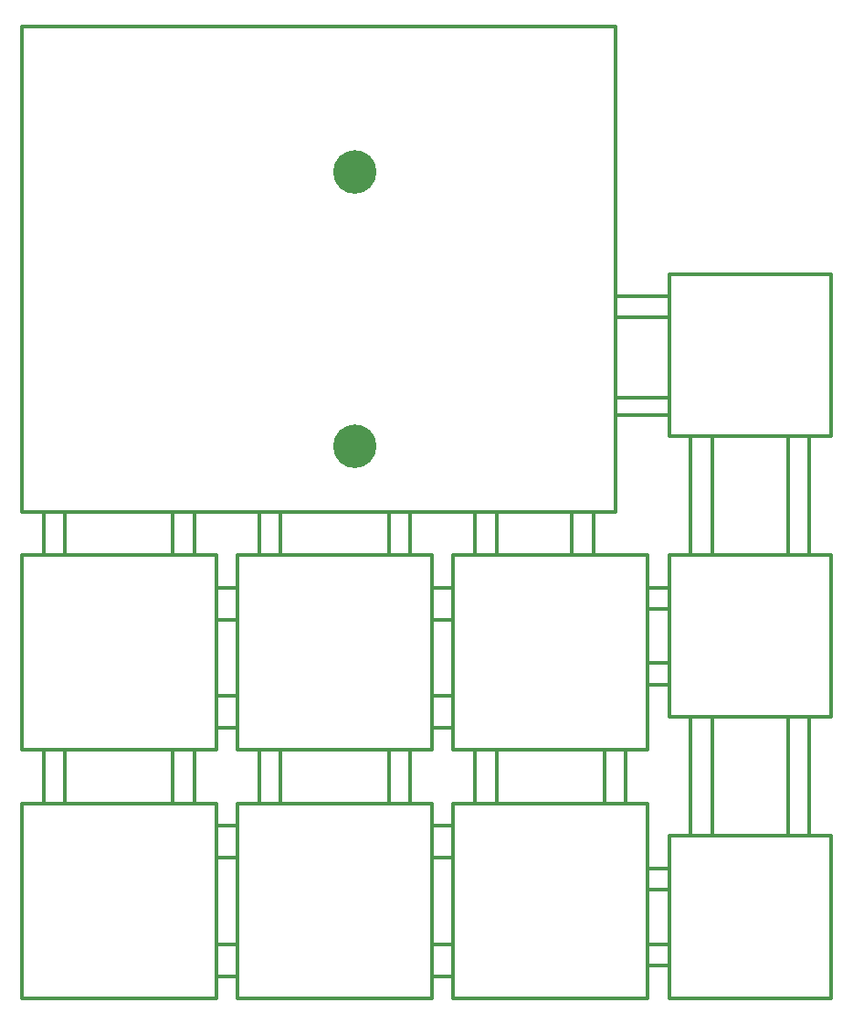
<source format=gbr>
%TF.GenerationSoftware,Altium Limited,Altium Designer,24.3.1 (35)*%
G04 Layer_Color=16711935*
%FSLAX45Y45*%
%MOMM*%
%TF.SameCoordinates,065391E9-2A1D-4ECE-AA0D-878B158C5FC5*%
%TF.FilePolarity,Positive*%
%TF.FileFunction,Keep-out,Top*%
%TF.Part,CustomerPanel*%
G01*
G75*
%TA.AperFunction,NonConductor*%
%ADD52C,0.30000*%
%ADD53C,2.03200*%
D52*
X6000000Y4100000D02*
X6200000D01*
X5300000D02*
X5800000D01*
X6200000Y4100000D02*
Y5200000D01*
X2000000Y500000D02*
Y1300000D01*
X1800000Y500000D02*
X2000000D01*
X1800000D02*
Y1300000D01*
X2000000D01*
X4000000Y500000D02*
Y1300000D01*
X3800000Y500000D02*
X4000000D01*
X3800000D02*
Y1300000D01*
X4000000D01*
X6000000Y500000D02*
Y1000000D01*
X5800000Y500000D02*
X6000000D01*
X5800000D02*
Y1000000D01*
X6000000D01*
X6200000Y1500000D02*
Y2600000D01*
X6000000Y1500000D02*
X6200000D01*
X6000000Y1200000D02*
Y1500000D01*
X5800000Y1200000D02*
X6000000D01*
X5800000D02*
Y1500000D01*
Y1800000D01*
X5600000D02*
X5800000D01*
X5600000D02*
Y2300000D01*
X5800000D01*
Y2600000D01*
X7100000Y1500000D02*
Y2600000D01*
X6400000Y1500000D02*
X7100000D01*
X6400000D02*
Y2600000D01*
X7100000D01*
X2000000Y2300000D02*
Y2500000D01*
Y2300000D02*
X2200000D01*
Y1800000D02*
Y2300000D01*
X2000000Y1800000D02*
X2200000D01*
X2000000Y1600000D02*
Y1800000D01*
X1800000Y1600000D02*
X2000000D01*
X1800000D02*
Y1800000D01*
X1600000D02*
X1800000D01*
X1600000D02*
Y2300000D01*
X1800000D01*
Y2500000D01*
X2000000D01*
X4000000Y2300000D02*
Y2500000D01*
Y2300000D02*
X4200000D01*
Y1800000D02*
Y2300000D01*
X4000000Y1800000D02*
X4200000D01*
X4000000Y1600000D02*
Y1800000D01*
X3800000Y1600000D02*
X4000000D01*
X3800000D02*
Y1800000D01*
X3600000D02*
X3800000D01*
X3600000D02*
Y2300000D01*
X3800000D01*
Y2500000D01*
X4000000D01*
X1400000Y1800000D02*
Y2300000D01*
X400000Y1800000D02*
X1400000D01*
X400000D02*
Y2300000D01*
X1400000D01*
X3400000Y1800000D02*
Y2300000D01*
X2400000Y1800000D02*
X3400000D01*
X2400000D02*
Y2300000D01*
X3400000D01*
X5400000Y1800000D02*
Y2300000D01*
X4400000Y1800000D02*
X5400000D01*
X4400000D02*
Y2300000D01*
X5400000D01*
X6000000Y2600000D02*
Y2900000D01*
X5800000Y2600000D02*
Y2900000D01*
X6000000D01*
X2000000Y2800000D02*
Y3500000D01*
X1800000Y2800000D02*
X2000000D01*
X1800000D02*
Y3500000D01*
X2000000D01*
X4000000Y2800000D02*
Y3500000D01*
X3800000Y2800000D02*
X4000000D01*
X3800000D02*
Y3500000D01*
X4000000D01*
X6000000Y3100000D02*
Y3600000D01*
X5800000Y3100000D02*
X6000000D01*
X5800000D02*
Y3600000D01*
X6000000D01*
X2200000Y4100000D02*
Y4500000D01*
X2000000Y4100000D02*
X2200000D01*
X2000000Y3800000D02*
Y4100000D01*
X1800000Y3800000D02*
X2000000D01*
X1800000D02*
Y4100000D01*
X1600000D02*
X1800000D01*
X1600000D02*
Y4500000D01*
X2200000D01*
X4200000Y4100000D02*
Y4500000D01*
X4000000Y4100000D02*
X4200000D01*
X4000000Y3800000D02*
Y4100000D01*
X3800000Y3800000D02*
X4000000D01*
X3800000D02*
Y4100000D01*
X3600000D02*
X3800000D01*
X3600000D02*
Y4500000D01*
X4200000D01*
X6000000Y3800000D02*
Y4100000D01*
X5800000Y3800000D02*
X6000000D01*
X5800000D02*
Y4100000D01*
X1400000D02*
Y4500000D01*
X400000Y4100000D02*
X1400000D01*
X400000D02*
Y4500000D01*
X1400000D01*
X3400000Y4100000D02*
Y4500000D01*
X2400000Y4100000D02*
X3400000D01*
X2400000D02*
Y4500000D01*
X3400000D01*
X5100000Y4100000D02*
Y4500000D01*
X4400000Y4100000D02*
X5100000D01*
X4400000D02*
Y4500000D01*
X5100000D01*
X6000000Y5200000D02*
Y5400000D01*
Y5200000D02*
X6200000D01*
X5500000Y4100000D02*
Y4100000D01*
X5300000Y4100000D02*
X5500000D01*
X5300000D02*
Y4500000D01*
X5500000D01*
Y5200000D01*
Y5400000D01*
X6000000D01*
X7100000Y4100000D02*
Y5200000D01*
X6400000Y4100000D02*
X7100000D01*
X6400000D02*
Y5200000D01*
X7100000D01*
X6000000Y5562600D02*
Y6300000D01*
X5500000Y5562600D02*
X6000000D01*
X5500000D02*
Y6300000D01*
X6000000D01*
X5499960Y6700000D02*
Y9000000D01*
X0D02*
X5499960D01*
X0Y4500000D02*
Y9000000D01*
Y4500000D02*
X200000D01*
Y4100000D02*
Y4500000D01*
X0Y4100000D02*
X200000D01*
X0Y2300000D02*
Y4100000D01*
Y2300000D02*
X200000D01*
Y1800000D02*
Y2300000D01*
X0Y1800000D02*
X200000D01*
X0Y0D02*
Y1800000D01*
Y0D02*
X1800000D01*
Y200000D01*
X2000000D01*
Y0D02*
Y200000D01*
Y0D02*
X3800000D01*
Y200000D01*
X4000000D01*
Y0D02*
Y200000D01*
Y0D02*
X5800000D01*
Y300000D01*
X6000000D01*
Y0D02*
Y300000D01*
Y0D02*
X7500000D01*
Y1500000D01*
X7300000D02*
X7500000D01*
X7300000D02*
Y2600000D01*
X7500000D01*
Y4100000D01*
X7300000D02*
X7500000D01*
X7300000D02*
Y5200000D01*
X7500000D01*
Y6700000D01*
X6000000D02*
X7500000D01*
X6000000Y6500000D02*
Y6700000D01*
X5500000Y6500000D02*
X6000000D01*
X5500000D02*
Y6700000D01*
X5499960D02*
X5500000D01*
X2000000Y500000D02*
Y1300000D01*
X1800000Y500000D02*
X2000000D01*
X1800000D02*
Y1300000D01*
X2000000D01*
X4000000Y500000D02*
Y1300000D01*
X3800000Y500000D02*
X4000000D01*
X3800000D02*
Y1300000D01*
X4000000D01*
X6000000Y500000D02*
Y1000000D01*
X5800000Y500000D02*
X6000000D01*
X5800000D02*
Y1000000D01*
X6000000D01*
X6200000Y1500000D02*
Y2600000D01*
X6000000Y1500000D02*
X6200000D01*
X6000000Y1200000D02*
Y1500000D01*
X5800000Y1200000D02*
X6000000D01*
X5800000D02*
Y1500000D01*
Y1800000D01*
X5600000D02*
X5800000D01*
X5600000D02*
Y2300000D01*
X5800000D01*
Y2600000D01*
X7100000Y1500000D02*
Y2600000D01*
X6400000Y1500000D02*
X7100000D01*
X6400000D02*
Y2600000D01*
X7100000D01*
X2000000Y2300000D02*
Y2500000D01*
Y2300000D02*
X2200000D01*
Y1800000D02*
Y2300000D01*
X2000000Y1800000D02*
X2200000D01*
X2000000Y1600000D02*
Y1800000D01*
X1800000Y1600000D02*
X2000000D01*
X1800000D02*
Y1800000D01*
X1600000D02*
X1800000D01*
X1600000D02*
Y2300000D01*
X1800000D01*
Y2500000D01*
X2000000D01*
X4000000Y2300000D02*
Y2500000D01*
Y2300000D02*
X4200000D01*
Y1800000D02*
Y2300000D01*
X4000000Y1800000D02*
X4200000D01*
X4000000Y1600000D02*
Y1800000D01*
X3800000Y1600000D02*
X4000000D01*
X3800000D02*
Y1800000D01*
X3600000D02*
X3800000D01*
X3600000D02*
Y2300000D01*
X3800000D01*
Y2500000D01*
X4000000D01*
X1400000Y1800000D02*
Y2300000D01*
X400000Y1800000D02*
X1400000D01*
X400000D02*
Y2300000D01*
X1400000D01*
X3400000Y1800000D02*
Y2300000D01*
X2400000Y1800000D02*
X3400000D01*
X2400000D02*
Y2300000D01*
X3400000D01*
X5400000Y1800000D02*
Y2300000D01*
X4400000Y1800000D02*
X5400000D01*
X4400000D02*
Y2300000D01*
X5400000D01*
X6000000Y2600000D02*
Y2900000D01*
X5800000Y2600000D02*
Y2900000D01*
X6000000D01*
X2000000Y2800000D02*
Y3500000D01*
X1800000Y2800000D02*
X2000000D01*
X1800000D02*
Y3500000D01*
X2000000D01*
X4000000Y2800000D02*
Y3500000D01*
X3800000Y2800000D02*
X4000000D01*
X3800000D02*
Y3500000D01*
X4000000D01*
X6000000Y3100000D02*
Y3600000D01*
X5800000Y3100000D02*
X6000000D01*
X5800000D02*
Y3600000D01*
X6000000D01*
X2200000Y4100000D02*
Y4500000D01*
X2000000Y4100000D02*
X2200000D01*
X2000000Y3800000D02*
Y4100000D01*
X1800000Y3800000D02*
X2000000D01*
X1800000D02*
Y4100000D01*
X1600000D02*
X1800000D01*
X1600000D02*
Y4500000D01*
X2200000D01*
X4200000Y4100000D02*
Y4500000D01*
X4000000Y4100000D02*
X4200000D01*
X4000000Y3800000D02*
Y4100000D01*
X3800000Y3800000D02*
X4000000D01*
X3800000D02*
Y4100000D01*
X3600000D02*
X3800000D01*
X3600000D02*
Y4500000D01*
X4200000D01*
X1400000Y4100000D02*
Y4500000D01*
X400000Y4100000D02*
X1400000D01*
X400000D02*
Y4500000D01*
X1400000D01*
X3400000Y4100000D02*
Y4500000D01*
X2400000Y4100000D02*
X3400000D01*
X2400000D02*
Y4500000D01*
X3400000D01*
X5100000Y4100000D02*
Y4500000D01*
X4400000Y4100000D02*
X5100000D01*
X4400000D02*
Y4500000D01*
X5100000D01*
X5499960D02*
Y9000000D01*
X0D02*
X5499960D01*
X0Y4500000D02*
Y9000000D01*
Y4500000D02*
X200000D01*
Y4100000D02*
Y4500000D01*
X0Y4100000D02*
X200000D01*
X0Y2300000D02*
Y4100000D01*
Y2300000D02*
X200000D01*
Y1800000D02*
Y2300000D01*
X0Y1800000D02*
X200000D01*
X0Y0D02*
Y1800000D01*
Y0D02*
X1800000D01*
Y200000D01*
X2000000D01*
Y0D02*
Y200000D01*
Y0D02*
X3800000D01*
Y200000D01*
X4000000D01*
Y0D02*
Y200000D01*
Y0D02*
X5800000D01*
Y300000D01*
X6000000D01*
Y0D02*
Y300000D01*
Y0D02*
X7500000D01*
Y1500000D01*
X7300000D02*
X7500000D01*
X7300000D02*
Y2600000D01*
X7500000D01*
Y4100000D01*
X6000000D02*
X7500000D01*
X6000000Y3800000D02*
Y4100000D01*
X5800000Y3800000D02*
X6000000D01*
X5800000D02*
Y4100000D01*
X5300000D02*
X5800000D01*
X5300000D02*
Y4500000D01*
X5499960D01*
X3800000Y3800000D02*
X4000000D01*
X0Y4500000D02*
X5500000D01*
Y9000000D01*
X0D02*
X5500000D01*
X0Y4500000D02*
Y9000000D01*
Y0D02*
X1800000D01*
Y1800000D01*
X0D02*
X1800000D01*
X0Y0D02*
Y1800000D01*
Y2300000D02*
X1800000D01*
Y4100000D01*
X0D02*
X1800000D01*
X0Y2300000D02*
Y4100000D01*
X2000000Y0D02*
Y1800000D01*
X3800000D01*
Y0D02*
Y1800000D01*
X2000000Y0D02*
X3800000D01*
X2000000Y2300000D02*
Y4100000D01*
X3800000D01*
Y2300000D02*
Y4100000D01*
X2000000Y2300000D02*
X3800000D01*
X6000000Y0D02*
X7500000D01*
Y1500000D01*
X6000000D02*
X7500000D01*
X6000000Y0D02*
Y1500000D01*
Y2600000D02*
X7500000D01*
Y4100000D01*
X6000000D02*
X7500000D01*
X6000000Y2600000D02*
Y4100000D01*
Y5200000D02*
X7500000D01*
Y6700000D01*
X6000000D02*
X7500000D01*
X6000000Y5200000D02*
Y6700000D01*
X4000000Y0D02*
X5800000D01*
Y1800000D01*
X4000000D02*
X5800000D01*
X4000000Y0D02*
Y1800000D01*
Y2300000D02*
X5800000D01*
Y4100000D01*
X4000000D02*
X5800000D01*
X4000000Y2300000D02*
Y4100000D01*
D53*
X3186100Y7649600D02*
G03*
X3186100Y7649600I-100000J0D01*
G01*
D02*
G03*
X3186100Y7649600I-100000J0D01*
G01*
Y5109600D02*
G03*
X3186100Y5109600I-100000J0D01*
G01*
D02*
G03*
X3186100Y5109600I-100000J0D01*
G01*
%TF.MD5,49bda2abff8d24be411a4241b70b4773*%
M02*

</source>
